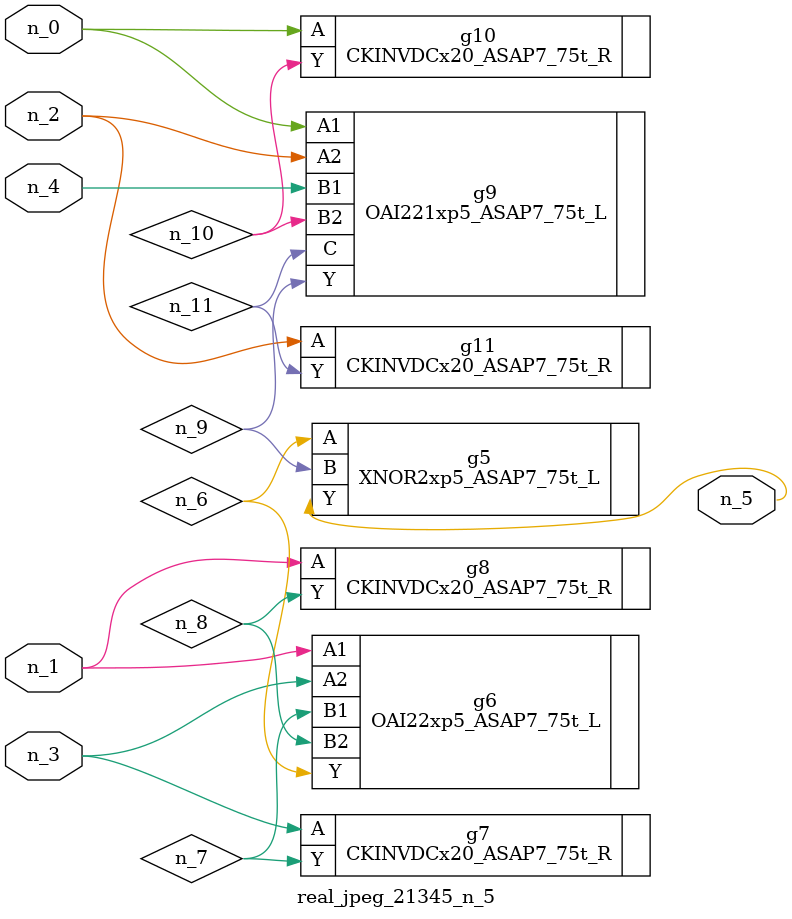
<source format=v>
module real_jpeg_21345_n_5 (n_4, n_0, n_1, n_2, n_3, n_5);

input n_4;
input n_0;
input n_1;
input n_2;
input n_3;

output n_5;

wire n_8;
wire n_11;
wire n_6;
wire n_7;
wire n_10;
wire n_9;

OAI221xp5_ASAP7_75t_L g9 ( 
.A1(n_0),
.A2(n_2),
.B1(n_4),
.B2(n_10),
.C(n_11),
.Y(n_9)
);

CKINVDCx20_ASAP7_75t_R g10 ( 
.A(n_0),
.Y(n_10)
);

OAI22xp5_ASAP7_75t_L g6 ( 
.A1(n_1),
.A2(n_3),
.B1(n_7),
.B2(n_8),
.Y(n_6)
);

CKINVDCx20_ASAP7_75t_R g8 ( 
.A(n_1),
.Y(n_8)
);

CKINVDCx20_ASAP7_75t_R g11 ( 
.A(n_2),
.Y(n_11)
);

CKINVDCx20_ASAP7_75t_R g7 ( 
.A(n_3),
.Y(n_7)
);

XNOR2xp5_ASAP7_75t_L g5 ( 
.A(n_6),
.B(n_9),
.Y(n_5)
);


endmodule
</source>
